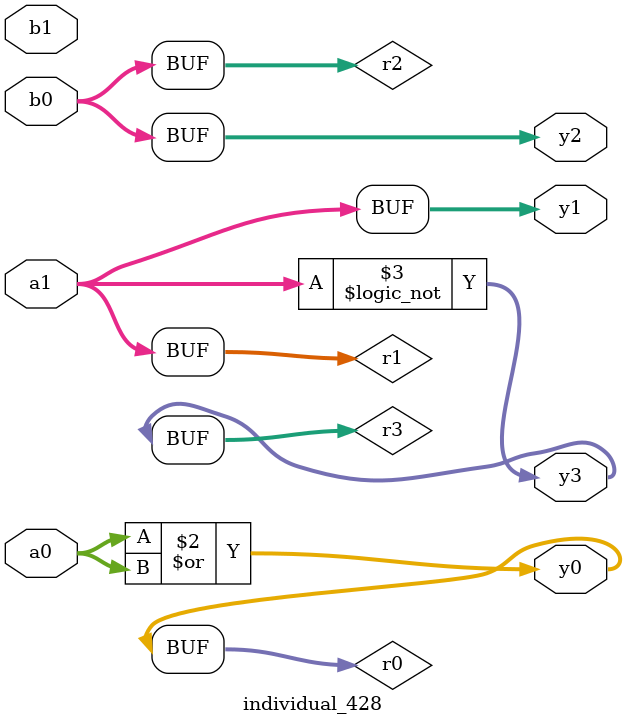
<source format=sv>
module individual_428(input logic [15:0] a1, input logic [15:0] a0, input logic [15:0] b1, input logic [15:0] b0, output logic [15:0] y3, output logic [15:0] y2, output logic [15:0] y1, output logic [15:0] y0);
logic [15:0] r0, r1, r2, r3; 
 always@(*) begin 
	 r0 = a0; r1 = a1; r2 = b0; r3 = b1; 
 	 r0  |=  r0 ;
 	 r3 = ! r1 ;
 	 y3 = r3; y2 = r2; y1 = r1; y0 = r0; 
end
endmodule
</source>
